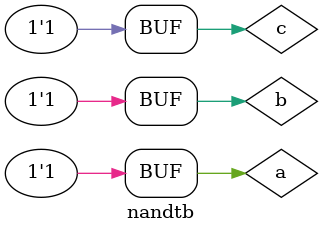
<source format=v>
`include"nand.v"
module nandtb;
reg a,b,c;
wire f1, f2;
NAND uut(.f1(f1),.f2(f2),.a(a),.b(b));
initial begin
a=0; b=0; c=0;
#200 
a=0; b= 0; c=1;
#200 
a=0; b=1;  c=1;
#200 
a=0; b=1;  c=1;
#200 
a=1; b=0;  c=0;
#200 
a=1; b=0;  c=1;
#200 
a=1; b=1;  c=0;
#200 
a=1; b=1;  c=1;
end
initial begin
$dumpfile("nandtb.vcd");
$dumpvars(0,nandtb);
end
endmodule
</source>
